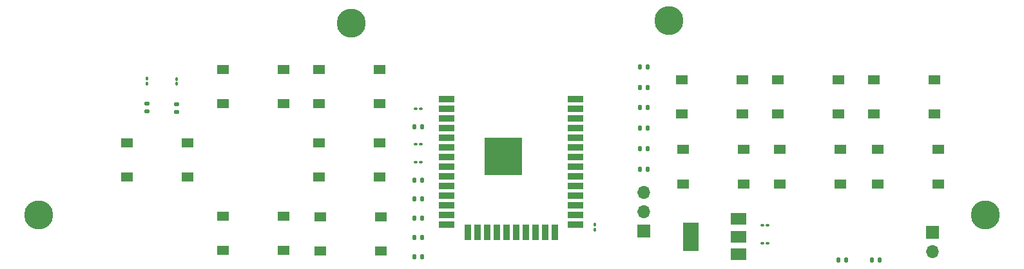
<source format=gbr>
%TF.GenerationSoftware,KiCad,Pcbnew,6.0.6-3a73a75311~116~ubuntu20.04.1*%
%TF.CreationDate,2022-07-28T16:32:40+08:00*%
%TF.ProjectId,Board1,426f6172-6431-42e6-9b69-6361645f7063,rev?*%
%TF.SameCoordinates,Original*%
%TF.FileFunction,Soldermask,Top*%
%TF.FilePolarity,Negative*%
%FSLAX46Y46*%
G04 Gerber Fmt 4.6, Leading zero omitted, Abs format (unit mm)*
G04 Created by KiCad (PCBNEW 6.0.6-3a73a75311~116~ubuntu20.04.1) date 2022-07-28 16:32:40*
%MOMM*%
%LPD*%
G01*
G04 APERTURE LIST*
G04 Aperture macros list*
%AMRoundRect*
0 Rectangle with rounded corners*
0 $1 Rounding radius*
0 $2 $3 $4 $5 $6 $7 $8 $9 X,Y pos of 4 corners*
0 Add a 4 corners polygon primitive as box body*
4,1,4,$2,$3,$4,$5,$6,$7,$8,$9,$2,$3,0*
0 Add four circle primitives for the rounded corners*
1,1,$1+$1,$2,$3*
1,1,$1+$1,$4,$5*
1,1,$1+$1,$6,$7*
1,1,$1+$1,$8,$9*
0 Add four rect primitives between the rounded corners*
20,1,$1+$1,$2,$3,$4,$5,0*
20,1,$1+$1,$4,$5,$6,$7,0*
20,1,$1+$1,$6,$7,$8,$9,0*
20,1,$1+$1,$8,$9,$2,$3,0*%
G04 Aperture macros list end*
%ADD10R,1.550000X1.300000*%
%ADD11C,3.800000*%
%ADD12R,1.700000X1.700000*%
%ADD13O,1.700000X1.700000*%
%ADD14RoundRect,0.135000X-0.135000X-0.185000X0.135000X-0.185000X0.135000X0.185000X-0.135000X0.185000X0*%
%ADD15RoundRect,0.135000X0.135000X0.185000X-0.135000X0.185000X-0.135000X-0.185000X0.135000X-0.185000X0*%
%ADD16RoundRect,0.100000X-0.100000X0.130000X-0.100000X-0.130000X0.100000X-0.130000X0.100000X0.130000X0*%
%ADD17RoundRect,0.100000X-0.130000X-0.100000X0.130000X-0.100000X0.130000X0.100000X-0.130000X0.100000X0*%
%ADD18RoundRect,0.100000X0.100000X-0.130000X0.100000X0.130000X-0.100000X0.130000X-0.100000X-0.130000X0*%
%ADD19R,2.000000X0.900000*%
%ADD20R,0.900000X2.000000*%
%ADD21R,5.000000X5.000000*%
%ADD22RoundRect,0.135000X0.185000X-0.135000X0.185000X0.135000X-0.185000X0.135000X-0.185000X-0.135000X0*%
%ADD23R,2.000000X1.500000*%
%ADD24R,2.000000X3.800000*%
G04 APERTURE END LIST*
D10*
%TO.C,SW76*%
X164565600Y-74204000D03*
X172525600Y-74204000D03*
X164565600Y-78704000D03*
X172525600Y-78704000D03*
%TD*%
%TO.C,SW75*%
X176932000Y-65024000D03*
X184892000Y-65024000D03*
X176932000Y-69524000D03*
X184892000Y-69524000D03*
%TD*%
%TO.C,SW74*%
X177426800Y-74204000D03*
X185386800Y-74204000D03*
X177426800Y-78704000D03*
X185386800Y-78704000D03*
%TD*%
%TO.C,SW73*%
X164301600Y-65024000D03*
X172261600Y-65024000D03*
X164301600Y-69524000D03*
X172261600Y-69524000D03*
%TD*%
%TO.C,SW72*%
X151671200Y-65024000D03*
X159631200Y-65024000D03*
X151671200Y-69524000D03*
X159631200Y-69524000D03*
%TD*%
%TO.C,SW71*%
X151874400Y-74204000D03*
X159834400Y-74204000D03*
X151874400Y-78704000D03*
X159834400Y-78704000D03*
%TD*%
%TO.C,SW64*%
X91371600Y-82941600D03*
X99331600Y-82941600D03*
X91371600Y-87441600D03*
X99331600Y-87441600D03*
%TD*%
%TO.C,SW63*%
X103995400Y-73340400D03*
X111955400Y-73340400D03*
X103995400Y-77840400D03*
X111955400Y-77840400D03*
%TD*%
%TO.C,SW62*%
X78747800Y-73289600D03*
X86707800Y-73289600D03*
X78747800Y-77789600D03*
X86707800Y-77789600D03*
%TD*%
%TO.C,SW61*%
X91371600Y-63637600D03*
X99331600Y-63637600D03*
X91371600Y-68137600D03*
X99331600Y-68137600D03*
%TD*%
%TO.C,SW51*%
X104198600Y-83043200D03*
X112158600Y-83043200D03*
X104198600Y-87543200D03*
X112158600Y-87543200D03*
%TD*%
%TO.C,SW31*%
X103995400Y-63637600D03*
X111955400Y-63637600D03*
X103995400Y-68137600D03*
X111955400Y-68137600D03*
%TD*%
D11*
%TO.C,H1*%
X67192097Y-82804098D03*
%TD*%
%TO.C,H2*%
X150012399Y-57239178D03*
%TD*%
%TO.C,H3*%
X191527600Y-82804000D03*
%TD*%
%TO.C,H4*%
X108254800Y-57556400D03*
%TD*%
D12*
%TO.C,J41*%
X184632200Y-85059200D03*
D13*
X184632200Y-87599200D03*
%TD*%
D14*
%TO.C,R41*%
X172260800Y-88747600D03*
X173280800Y-88747600D03*
%TD*%
%TO.C,R42*%
X176680400Y-88747600D03*
X177700400Y-88747600D03*
%TD*%
%TO.C,R74*%
X146200400Y-68701920D03*
X147220400Y-68701920D03*
%TD*%
D15*
%TO.C,R61*%
X117553200Y-78232000D03*
X116533200Y-78232000D03*
%TD*%
D16*
%TO.C,D82*%
X81432400Y-64880700D03*
X81432400Y-65520700D03*
%TD*%
D17*
%TO.C,C31*%
X117363200Y-75844400D03*
X116723200Y-75844400D03*
%TD*%
%TO.C,C11*%
X162290800Y-84124800D03*
X162930800Y-84124800D03*
%TD*%
D18*
%TO.C,C51*%
X140258800Y-84109600D03*
X140258800Y-84749600D03*
%TD*%
D17*
%TO.C,C12*%
X162290800Y-86563200D03*
X162930800Y-86563200D03*
%TD*%
D19*
%TO.C,U2*%
X120735200Y-67556200D03*
X120735200Y-68826200D03*
X120735200Y-70096200D03*
X120735200Y-71366200D03*
X120735200Y-72636200D03*
X120735200Y-73906200D03*
X120735200Y-75176200D03*
X120735200Y-76446200D03*
X120735200Y-77716200D03*
X120735200Y-78986200D03*
X120735200Y-80256200D03*
X120735200Y-81526200D03*
X120735200Y-82796200D03*
X120735200Y-84066200D03*
D20*
X123520200Y-85066200D03*
X124790200Y-85066200D03*
X126060200Y-85066200D03*
X127330200Y-85066200D03*
X128600200Y-85066200D03*
X129870200Y-85066200D03*
X131140200Y-85066200D03*
X132410200Y-85066200D03*
X133680200Y-85066200D03*
X134950200Y-85066200D03*
D19*
X137735200Y-84066200D03*
X137735200Y-82796200D03*
X137735200Y-81526200D03*
X137735200Y-80256200D03*
X137735200Y-78986200D03*
X137735200Y-77716200D03*
X137735200Y-76446200D03*
X137735200Y-75176200D03*
X137735200Y-73906200D03*
X137735200Y-72636200D03*
X137735200Y-71366200D03*
X137735200Y-70096200D03*
X137735200Y-68826200D03*
X137735200Y-67556200D03*
D21*
X128235200Y-75056200D03*
%TD*%
D14*
%TO.C,R73*%
X146200400Y-71404480D03*
X147220400Y-71404480D03*
%TD*%
D22*
%TO.C,R81*%
X85293200Y-69242400D03*
X85293200Y-68222400D03*
%TD*%
D15*
%TO.C,R62*%
X117553200Y-80721200D03*
X116533200Y-80721200D03*
%TD*%
D14*
%TO.C,R75*%
X146200400Y-65999360D03*
X147220400Y-65999360D03*
%TD*%
%TO.C,R31*%
X117553200Y-71170800D03*
X116533200Y-71170800D03*
%TD*%
D23*
%TO.C,U1*%
X159156800Y-83348800D03*
D24*
X152856800Y-85648800D03*
D23*
X159156800Y-85648800D03*
X159156800Y-87948800D03*
%TD*%
D13*
%TO.C,J51*%
X146685400Y-79842600D03*
X146685400Y-82382600D03*
D12*
X146685400Y-84922600D03*
%TD*%
D17*
%TO.C,C41*%
X117363200Y-68834000D03*
X116723200Y-68834000D03*
%TD*%
D14*
%TO.C,R76*%
X146200400Y-74107040D03*
X147220400Y-74107040D03*
%TD*%
D15*
%TO.C,R64*%
X117553200Y-85801200D03*
X116533200Y-85801200D03*
%TD*%
D14*
%TO.C,R71*%
X146200400Y-76809600D03*
X147220400Y-76809600D03*
%TD*%
%TO.C,R72*%
X146200400Y-63296800D03*
X147220400Y-63296800D03*
%TD*%
%TO.C,R51*%
X116533200Y-88290400D03*
X117553200Y-88290400D03*
%TD*%
D15*
%TO.C,R63*%
X117553200Y-83261200D03*
X116533200Y-83261200D03*
%TD*%
D22*
%TO.C,R82*%
X81432400Y-69191600D03*
X81432400Y-68171600D03*
%TD*%
D16*
%TO.C,D81*%
X85293200Y-64907200D03*
X85293200Y-65547200D03*
%TD*%
D17*
%TO.C,C42*%
X117363200Y-73507600D03*
X116723200Y-73507600D03*
%TD*%
M02*

</source>
